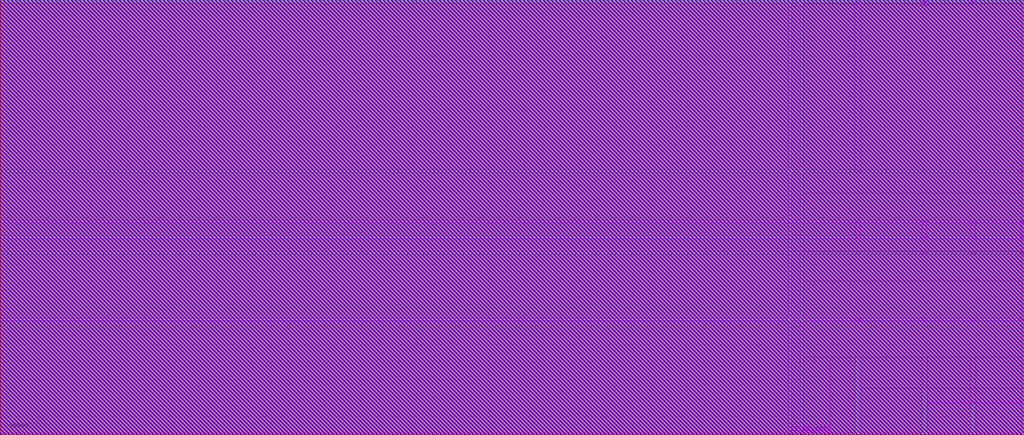
<source format=lef>
#######################################################################
####                                                               ####
####  The data contained in the file is created for educational    #### 
####  and training purposes only and are not recommended           ####
####  for fabrication                                              ####
####                                                               ####
#######################################################################
####                                                               ####
####  Copyright (C) 2013 Synopsys, Inc.                            ####
####                                                               ####
#######################################################################
####                                                               ####
####  The 32/28nm Generic Library ("Library") is unsupported       ####    
####  Confidential Information of Synopsys, Inc. ("Synopsys")      ####    
####  provided to you as Documentation under the terms of the      ####    
####  End User Software License Agreement between you or your      ####    
####  employer and Synopsys ("License Agreement") and you agree    ####    
####  not to distribute or disclose the Library without the        ####    
####  prior written consent of Synopsys. The Library IS NOT an     ####    
####  item of Licensed Software or Licensed Product under the      ####    
####  License Agreement.  Synopsys and/or its licensors own        ####    
####  and shall retain all right, title and interest in and        ####    
####  to the Library and all modifications thereto, including      ####    
####  all intellectual property rights embodied therein. All       ####    
####  rights in and to any Library modifications you make are      ####    
####  hereby assigned to Synopsys. If you do not agree with        ####    
####  this notice, including the disclaimer below, then you        ####    
####  are not authorized to use the Library.                       ####    
####                                                               ####  
####                                                               ####      
####  THIS LIBRARY IS BEING DISTRIBUTED BY SYNOPSYS SOLELY ON AN   ####
####  "AS IS" BASIS, WITH NO INTELLECUTAL PROPERTY                 ####
####  INDEMNIFICATION AND NO SUPPORT. ANY EXPRESS OR IMPLIED       ####
####  WARRANTIES, INCLUDING, BUT NOT LIMITED TO, THE IMPLIED       ####
####  WARRANTIES OF MERCHANTABILITY AND FITNESS FOR A PARTICULAR   ####
####  PURPOSE ARE HEREBY DISCLAIMED. IN NO EVENT SHALL SYNOPSYS    ####
####  BE LIABLE FOR ANY DIRECT, INDIRECT, INCIDENTAL, SPECIAL,     ####
####  EXEMPLARY, OR CONSEQUENTIAL DAMAGES (INCLUDING, BUT NOT      ####
####  LIMITED TO, PROCUREMENT OF SUBSTITUTE GOODS OR SERVICES;     ####
####  LOSS OF USE, DATA, OR PROFITS; OR BUSINESS INTERRUPTION)     ####
####  HOWEVER CAUSED AND ON ANY THEORY OF LIABILITY, WHETHER IN    ####
####  CONTRACT, STRICT LIABILITY, OR TORT (INCLUDING NEGLIGENCE    ####
####  OR OTHERWISE) ARISING IN ANY WAY OUT OF THE USE OF THIS      ####
####  DOCUMENTATION, EVEN IF ADVISED OF THE POSSIBILITY OF         ####
####  SUCH DAMAGE.                                                 #### 
####                                                               ####  
#######################################################################

# 
# LEF OUT 
# User Name : edbab 
# Date : Mon Dec 24 17:39:17 2012
# 
VERSION 5.4 ;
NAMESCASESENSITIVE ON ;
DIVIDERCHAR "/" ;

MACRO PLL
  CLASS BLOCK ;
  SOURCE USER ;
  ORIGIN 0 0 ;
  SIZE 113.223 BY 48.108 ;
  SYMMETRY X Y R90 ;

  PIN AVDD
    DIRECTION INOUT ;
    USE POWER ;
    PORT
      LAYER M6 ;
        RECT 94.6080 47.7650 95.1080 48.1080 ;
    END
    ANTENNADIFFAREA 42.2555 LAYER M6 ;
    ANTENNADIFFAREA 42.2555 LAYER M7 ;
    ANTENNADIFFAREA 42.2555 LAYER M8 ;
    ANTENNADIFFAREA 42.2555 LAYER M9 ;
    ANTENNADIFFAREA 42.2555 LAYER MRDL ;
    ANTENNAGATEAREA 0.322 LAYER M6 ;
    ANTENNAPARTIALMETALAREA 19.7555 LAYER M6 ;
    ANTENNAPARTIALMETALSIDEAREA 19.7555 LAYER M6 ;
    ANTENNAMAXAREACAR 94.42332 LAYER M6 ;
    ANTENNAGATEAREA 0.322 LAYER M7 ;
    ANTENNAGATEAREA 0.322 LAYER M8 ;
    ANTENNAGATEAREA 0.322 LAYER M9 ;
    ANTENNAGATEAREA 0.322 LAYER MRDL ;
  END AVDD

  PIN DVDD
    DIRECTION INOUT ;
    USE POWER ;
    PORT
      LAYER M6 ;
        RECT 101.9890 47.8690 102.4890 48.1080 ;
    END
    ANTENNADIFFAREA 19.75664 LAYER M6 ;
    ANTENNADIFFAREA 19.75664 LAYER M7 ;
    ANTENNADIFFAREA 19.75664 LAYER M8 ;
    ANTENNADIFFAREA 19.75664 LAYER M9 ;
    ANTENNADIFFAREA 19.75664 LAYER MRDL ;
    ANTENNAPARTIALMETALAREA 21.4715 LAYER M6 ;
    ANTENNAPARTIALMETALSIDEAREA 21.4715 LAYER M6 ;
  END DVDD

  PIN VSS
    DIRECTION INOUT ;
    USE GROUND ;
    PORT
      LAYER M6 ;
        RECT 107.3470 47.8800 107.8470 48.1080 ;
    END
    ANTENNADIFFAREA 285.3474 LAYER M6 ;
    ANTENNADIFFAREA 285.3474 LAYER M7 ;
    ANTENNADIFFAREA 285.3474 LAYER M8 ;
    ANTENNADIFFAREA 285.3474 LAYER M9 ;
    ANTENNADIFFAREA 285.3474 LAYER MRDL ;
    ANTENNAGATEAREA 0.84 LAYER M6 ;
    ANTENNAPARTIALMETALAREA 22.283 LAYER M6 ;
    ANTENNAPARTIALMETALSIDEAREA 22.283 LAYER M6 ;
    ANTENNAMAXAREACAR 78.7198 LAYER M6 ;
    ANTENNAGATEAREA 0.84 LAYER M7 ;
    ANTENNAGATEAREA 0.84 LAYER M8 ;
    ANTENNAGATEAREA 0.84 LAYER M9 ;
    ANTENNAGATEAREA 0.84 LAYER MRDL ;
  END VSS

  PIN PLL_BYPASS
    DIRECTION INPUT ;
    USE SIGNAL ;
    PORT
      LAYER M6 ;
        RECT 113.0950 29.0860 113.2230 29.2770 ;
    END
    ANTENNAGATEAREA 0.144 LAYER M6 ;
    ANTENNAPARTIALMETALAREA 0.081366 LAYER M6 ;
    ANTENNAPARTIALMETALSIDEAREA 0.081366 LAYER M6 ;
    ANTENNAMAXAREACAR 17.46132 LAYER M6 ;
    ANTENNAGATEAREA 0.144 LAYER M7 ;
    ANTENNAGATEAREA 0.144 LAYER M8 ;
    ANTENNAGATEAREA 0.144 LAYER M9 ;
    ANTENNAGATEAREA 0.144 LAYER MRDL ;
  END PLL_BYPASS

  PIN CLK_1X
    DIRECTION OUTPUT ;
    USE SIGNAL ;
    PORT
      LAYER M6 ;
        RECT 113.0860 23.4830 113.2230 23.6740 ;
    END
    ANTENNADIFFAREA 0.12934 LAYER M6 ;
    ANTENNADIFFAREA 0.12934 LAYER M7 ;
    ANTENNADIFFAREA 0.12934 LAYER M8 ;
    ANTENNADIFFAREA 0.12934 LAYER M9 ;
    ANTENNADIFFAREA 0.12934 LAYER MRDL ;
    ANTENNAPARTIALMETALAREA 0.081366 LAYER M6 ;
    ANTENNAPARTIALMETALSIDEAREA 0.081366 LAYER M6 ;
  END CLK_1X

  PIN CLK_2X
    DIRECTION OUTPUT ;
    USE SIGNAL ;
    PORT
      LAYER M6 ;
        RECT 113.0860 21.7560 113.2230 21.9470 ;
    END
    ANTENNADIFFAREA 0.12934 LAYER M6 ;
    ANTENNADIFFAREA 0.12934 LAYER M7 ;
    ANTENNADIFFAREA 0.12934 LAYER M8 ;
    ANTENNADIFFAREA 0.12934 LAYER M9 ;
    ANTENNADIFFAREA 0.12934 LAYER MRDL ;
    ANTENNAPARTIALMETALAREA 0.081366 LAYER M6 ;
    ANTENNAPARTIALMETALSIDEAREA 0.081366 LAYER M6 ;
  END CLK_2X

  PIN REF_CLK
    DIRECTION INPUT ;
    USE SIGNAL ;
    PORT
      LAYER M6 ;
        RECT 113.0880 12.6490 113.2230 12.8400 ;
    END
    ANTENNAGATEAREA 0.096 LAYER M6 ;
    ANTENNAPARTIALMETALAREA 0.081366 LAYER M6 ;
    ANTENNAPARTIALMETALSIDEAREA 0.081366 LAYER M6 ;
    ANTENNAMAXAREACAR 29.39242 LAYER M6 ;
    ANTENNAGATEAREA 0.096 LAYER M7 ;
    ANTENNAGATEAREA 0.096 LAYER M8 ;
    ANTENNAGATEAREA 0.096 LAYER M9 ;
    ANTENNAGATEAREA 0.096 LAYER MRDL ;
  END REF_CLK

  PIN FB_CLK
    DIRECTION INPUT ;
    USE SIGNAL ;
    PORT
      LAYER M6 ;
        RECT 87.2850 0.0000 87.4760 0.1260 ;
    END
    ANTENNAGATEAREA 0.024 LAYER M6 ;
    ANTENNAPARTIALMETALAREA 0.081366 LAYER M6 ;
    ANTENNAPARTIALMETALSIDEAREA 0.081366 LAYER M6 ;
    ANTENNAMAXAREACAR 27.84097 LAYER M6 ;
    ANTENNAGATEAREA 0.024 LAYER M7 ;
    ANTENNAGATEAREA 0.024 LAYER M8 ;
    ANTENNAGATEAREA 0.024 LAYER M9 ;
    ANTENNAGATEAREA 0.024 LAYER MRDL ;
  END FB_CLK

  PIN FB_MODE
    DIRECTION INPUT ;
    USE SIGNAL ;
    PORT
      LAYER M6 ;
        RECT 88.5390 0.0000 88.7300 0.1270 ;
    END
    ANTENNAGATEAREA 0.048 LAYER M6 ;
    ANTENNAPARTIALMETALAREA 0.081366 LAYER M6 ;
    ANTENNAPARTIALMETALSIDEAREA 0.081366 LAYER M6 ;
    ANTENNAMAXAREACAR 12.95897 LAYER M6 ;
    ANTENNAGATEAREA 0.048 LAYER M7 ;
    ANTENNAGATEAREA 0.048 LAYER M8 ;
    ANTENNAGATEAREA 0.048 LAYER M9 ;
    ANTENNAGATEAREA 0.048 LAYER MRDL ;
  END FB_MODE

  PIN CLK_4X
    DIRECTION OUTPUT ;
    USE SIGNAL ;
    PORT
      LAYER M6 ;
        RECT 113.0800 20.0160 113.2230 20.2070 ;
    END
    ANTENNADIFFAREA 0.12934 LAYER M6 ;
    ANTENNADIFFAREA 0.12934 LAYER M7 ;
    ANTENNADIFFAREA 0.12934 LAYER M8 ;
    ANTENNADIFFAREA 0.12934 LAYER M9 ;
    ANTENNADIFFAREA 0.12934 LAYER MRDL ;
    ANTENNAPARTIALMETALAREA 0.081366 LAYER M6 ;
    ANTENNAPARTIALMETALSIDEAREA 0.081366 LAYER M6 ;
  END CLK_4X
  OBS
    LAYER MRDL ;
      RECT 0.0000 0.0000 113.2230 48.1080 ;
      RECT 0.0000 0.0000 113.2230 48.1080 ;
      RECT 0.0000 0.0000 113.2230 48.1080 ;
    LAYER M9 ;
      RECT 0.0000 0.0000 113.2230 48.1080 ;
    LAYER M8 ;
      RECT 0.0000 0.0000 113.2230 48.1080 ;
    LAYER M7 ;
      RECT 0.0000 0.0000 113.2230 48.1080 ;
    LAYER M6 ;
      RECT 87.5320 29.3330 88.4830 47.7090 ;
      RECT 0.0000 29.3330 87.2290 47.7090 ;
      RECT 112.7970 29.0300 113.0240 29.0860 ;
      RECT 112.7970 12.5930 113.0240 12.8960 ;
      RECT 112.7970 29.2770 113.0240 29.3330 ;
      RECT 112.7970 29.0860 113.0310 29.2770 ;
      RECT 87.5320 0.1900 88.4750 0.1910 ;
      RECT 87.5400 0.1830 88.4750 0.1900 ;
      RECT 94.6080 12.5930 95.1080 12.8960 ;
      RECT 94.6080 29.0300 95.1080 29.3330 ;
      RECT 101.9890 12.5930 102.4890 12.8960 ;
      RECT 101.9890 47.7090 102.4890 47.7590 ;
      RECT 101.9890 29.0300 102.4890 29.3330 ;
      RECT 107.3470 21.7000 107.8470 23.7380 ;
      RECT 107.3470 21.7000 107.8470 23.7380 ;
      RECT 107.3470 21.7000 107.8470 23.7380 ;
      RECT 107.3470 21.7000 107.8470 23.7380 ;
      RECT 107.3470 12.5930 107.8470 12.8960 ;
      RECT 107.3470 21.7000 107.8470 23.7380 ;
      RECT 107.3470 21.7000 107.8470 23.7380 ;
      RECT 107.3470 29.0300 107.8470 29.3330 ;
      RECT 107.3470 47.7090 107.8470 47.7700 ;
      RECT 107.3470 21.7000 107.8470 23.7380 ;
      RECT 107.3470 21.7000 107.8470 23.7380 ;
      RECT 94.6080 21.7000 95.1080 23.4270 ;
      RECT 94.6080 23.4190 95.1080 23.7300 ;
      RECT 94.6080 19.9600 95.1080 20.2710 ;
      RECT 94.6080 23.4190 95.1080 23.7300 ;
      RECT 94.6080 19.9600 95.1080 20.2710 ;
      RECT 94.6080 21.7000 95.1080 23.4270 ;
      RECT 101.9890 21.7000 102.4890 23.4270 ;
      RECT 101.9890 19.9600 102.4890 20.2710 ;
      RECT 101.9890 23.4190 102.4890 23.7300 ;
      RECT 101.9890 23.4190 102.4890 23.7300 ;
      RECT 101.9890 19.9600 102.4890 20.2710 ;
      RECT 101.9890 21.7000 102.4890 23.4270 ;
      RECT 112.7970 21.7000 113.0220 23.4270 ;
      RECT 112.7970 21.7000 113.0220 23.7300 ;
      RECT 112.7970 21.7000 113.0220 23.4270 ;
      RECT 112.7970 21.7000 113.0220 23.7300 ;
      RECT 87.2290 0.1900 88.4750 0.1910 ;
      RECT 87.2290 0.1910 91.7870 0.4260 ;
      RECT 87.5320 0.4260 88.4830 12.5930 ;
      RECT 88.7860 23.4190 113.0220 23.4270 ;
      RECT 88.7860 21.6920 113.0220 21.7000 ;
      RECT 88.7860 20.2630 113.0160 20.2710 ;
      RECT 88.7860 0.4260 91.7870 8.5970 ;
      RECT 88.7860 22.0030 113.0220 22.0110 ;
      RECT 88.7860 20.2710 113.0240 21.6920 ;
      RECT 88.7860 22.0110 113.0240 23.4190 ;
      RECT 88.7860 16.9590 113.0160 19.9600 ;
      RECT 88.7860 23.7300 113.0220 26.7310 ;
      RECT 101.9890 47.4580 102.4890 47.7590 ;
      RECT 107.3470 19.9600 107.8470 20.2630 ;
      RECT 112.7970 19.9600 113.0160 20.2630 ;
      RECT 112.7970 29.0300 113.0240 29.3330 ;
      RECT 88.7860 29.3330 94.4980 47.7090 ;
      RECT 88.7860 29.3330 94.4980 47.7090 ;
      RECT 88.7860 47.6550 94.4980 47.7090 ;
      RECT 95.1640 0.1830 101.9330 8.5970 ;
      RECT 95.1640 0.1830 101.9330 5.1650 ;
      RECT 88.7860 29.3330 113.0240 47.6550 ;
      RECT 95.2180 47.6550 113.0240 47.7090 ;
      RECT 95.2180 29.3330 113.0240 47.7090 ;
      RECT 95.2180 29.3330 113.0240 47.7090 ;
      RECT 102.5450 0.1830 107.2910 8.5970 ;
      RECT 102.5450 0.1830 107.2910 3.5420 ;
      RECT 95.1640 5.1650 113.0240 8.5970 ;
      RECT 102.5450 3.5420 113.0240 8.5970 ;
      RECT 102.5450 3.5420 113.0240 5.1650 ;
      RECT 107.9030 0.1830 113.0240 8.5970 ;
      RECT 107.9030 0.1830 113.0240 3.5420 ;
      RECT 0.0000 0.1900 87.2290 12.5930 ;
      RECT 0.0000 0.1830 87.2210 12.5930 ;
      RECT 0.0000 0.1900 87.2290 12.5930 ;
      RECT 0.0000 0.1900 87.2290 12.5930 ;
      RECT 0.0000 0.1830 87.2210 12.5930 ;
      RECT 0.0000 0.1900 87.2290 12.5930 ;
      RECT 0.0000 0.1900 87.2290 12.5930 ;
      RECT 0.0000 0.1900 87.2290 12.5930 ;
      RECT 0.0000 0.1900 87.2290 12.5930 ;
      RECT 0.0000 0.1830 87.2210 12.5930 ;
      RECT 0.0000 0.1830 87.2210 12.5930 ;
      RECT 0.0000 0.1900 87.2290 12.5930 ;
      RECT 0.0000 0.1900 87.2290 12.5930 ;
      RECT 0.0000 0.1830 87.2210 12.5930 ;
      RECT 0.0000 0.1900 87.2290 12.5930 ;
      RECT 88.7860 8.5970 113.0240 12.5930 ;
      RECT 88.7940 0.1830 94.5520 8.5970 ;
      RECT 88.7940 0.1830 94.5520 8.5970 ;
      RECT 88.7940 0.1830 94.5520 8.5970 ;
      RECT 88.7860 23.7380 113.0240 29.0300 ;
      RECT 88.7860 12.8960 113.0240 19.9520 ;
      RECT 87.5320 23.7300 88.4830 29.0300 ;
      RECT 0.0000 23.7300 87.2290 29.0300 ;
      RECT 87.5320 22.0030 88.4830 23.4270 ;
      RECT 0.0000 22.0030 87.2290 23.4270 ;
      RECT 87.5320 20.2630 88.4830 21.7000 ;
      RECT 0.0000 20.2630 87.2290 21.7000 ;
      RECT 87.5320 12.8960 88.4830 19.9600 ;
      RECT 0.0000 12.8960 87.2290 19.9600 ;
    LAYER M5 ;
      RECT 0.0000 0.0000 113.2230 48.1080 ;
    LAYER M4 ;
      RECT 0.0000 0.0000 113.2230 48.1080 ;
    LAYER M3 ;
      RECT 0.0000 0.0000 113.2230 48.1080 ;
    LAYER M2 ;
      RECT 0.0000 0.0000 113.2230 48.1080 ;
    LAYER M1 ;
      RECT 0.0000 0.0000 113.2230 48.1080 ;
    LAYER PO ;
      RECT 0.0000 0.0000 113.2230 48.1080 ;
      RECT 0.0000 0.0000 113.2230 48.1080 ;
      RECT 0.0000 0.0000 113.2230 48.1080 ;
    LAYER CO ;
      RECT 0.0000 0.0000 113.2230 48.1080 ;
  END
END PLL
  
END LIBRARY

</source>
